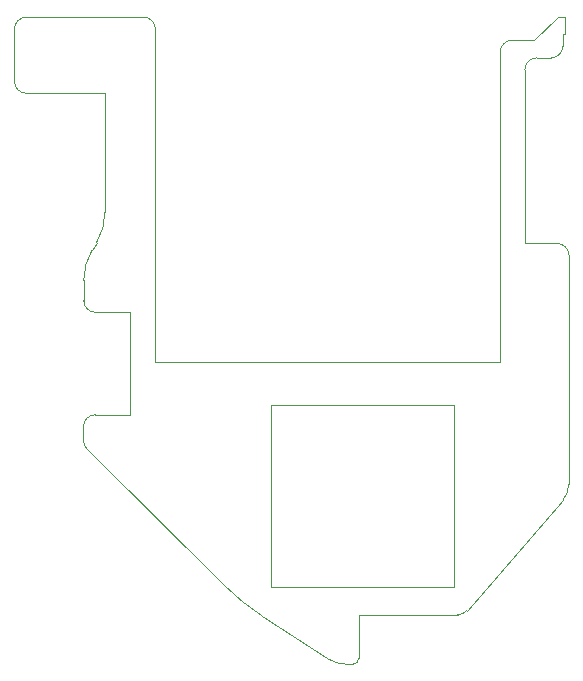
<source format=gbr>
%TF.GenerationSoftware,KiCad,Pcbnew,8.99.0-344-gfbc433deaa*%
%TF.CreationDate,2024-05-24T16:54:21-04:00*%
%TF.ProjectId,thundervolt_lite,7468756e-6465-4727-966f-6c745f6c6974,rev?*%
%TF.SameCoordinates,PX85b368ePY7384544*%
%TF.FileFunction,Profile,NP*%
%FSLAX46Y46*%
G04 Gerber Fmt 4.6, Leading zero omitted, Abs format (unit mm)*
G04 Created by KiCad (PCBNEW 8.99.0-344-gfbc433deaa) date 2024-05-24 16:54:21*
%MOMM*%
%LPD*%
G01*
G04 APERTURE LIST*
%TA.AperFunction,Profile*%
%ADD10C,0.100000*%
%TD*%
G04 APERTURE END LIST*
D10*
X-15545293Y11692531D02*
X-3882491Y99545D01*
X-11898170Y23241639D02*
X-14815668Y23241639D01*
X15497245Y15404511D02*
X15497245Y0D01*
X0Y0D02*
X0Y15400000D01*
X7471314Y-2353131D02*
X7471314Y-6048016D01*
X-15838186Y13572648D02*
G75*
G02*
X-14838186Y14572876I999816J412D01*
G01*
X6425852Y-6547816D02*
G75*
G02*
X4785550Y-6058961I1078J2999976D01*
G01*
X-15103132Y28529061D02*
X-14728355Y29153690D01*
X7471314Y-2353131D02*
X15846517Y-2353131D01*
X-20677951Y41791015D02*
X-14016922Y41791015D01*
X19450762Y19043125D02*
X19450762Y45282088D01*
X24251147Y29079981D02*
G75*
G02*
X25251151Y28079981I-17J-1000021D01*
G01*
X-15545293Y11692531D02*
G75*
G02*
X-15838226Y12399638I707023J707129D01*
G01*
X19450762Y45282088D02*
G75*
G02*
X20450762Y46282128I1000168J-128D01*
G01*
X-15815668Y24241502D02*
X-15815668Y25956582D01*
X-21678561Y47231228D02*
G75*
G02*
X-20678561Y48231351I1000091J32D01*
G01*
X-15838186Y13572648D02*
X-15838186Y12399638D01*
X20450762Y46282088D02*
X22328036Y46282088D01*
X24952926Y46774068D02*
X24952926Y48274068D01*
X21531830Y43782088D02*
X21531830Y29079981D01*
X22328036Y46282088D02*
X24320596Y48274068D01*
X24739705Y46774068D02*
X24739705Y45782088D01*
X-9749238Y19043125D02*
X19450762Y19043125D01*
X24952926Y48274068D02*
X24320596Y48274068D01*
X16600965Y-2009491D02*
X24757369Y7365832D01*
X-20677951Y41791015D02*
G75*
G02*
X-21677915Y42790878I-19J999945D01*
G01*
X7471314Y-6048016D02*
G75*
G02*
X6973605Y-6548019I-499984J-24D01*
G01*
X6973605Y-6548010D02*
X6425852Y-6547816D01*
X-681521Y-2485529D02*
G75*
G02*
X-3882488Y99548I10898751J16769689D01*
G01*
X21531830Y43782088D02*
G75*
G02*
X22531830Y44782060I1000100J-128D01*
G01*
X-10749238Y48231365D02*
G75*
G02*
X-9749165Y47231365I68J-1000005D01*
G01*
X-14016922Y41791028D02*
X-14015820Y31726717D01*
X-9749238Y47231365D02*
X-9749238Y19043125D01*
X-11898170Y23241639D02*
X-11898170Y14572878D01*
X25251147Y28079981D02*
X25248473Y8678275D01*
X-20678561Y48231365D02*
X-10749238Y48231365D01*
X-681521Y-2485529D02*
X4785542Y-6058973D01*
X16600965Y-2009491D02*
G75*
G02*
X15846517Y-2353124I-754435J656351D01*
G01*
X0Y0D02*
X15497245Y0D01*
X21531830Y29079981D02*
X24251147Y29079981D01*
X-14815668Y23241639D02*
G75*
G02*
X-15815691Y24241502I-2J1000021D01*
G01*
X24739705Y46774068D02*
X24952926Y46774068D01*
X-11898170Y14572878D02*
X-14838186Y14572878D01*
X-14015820Y31726717D02*
G75*
G02*
X-14728357Y29153691I-4999950J-557D01*
G01*
X-15815668Y25956582D02*
G75*
G02*
X-15103147Y28529070I5000198J-22D01*
G01*
X23739705Y44782088D02*
X22531830Y44782088D01*
X24739705Y45782088D02*
G75*
G02*
X23739705Y44782085I-1000075J72D01*
G01*
X-21677953Y42790878D02*
X-21678561Y47231228D01*
X0Y15400000D02*
X15497245Y15404511D01*
X25248473Y8678275D02*
G75*
G02*
X24757373Y7365829I-2000043J285D01*
G01*
M02*

</source>
